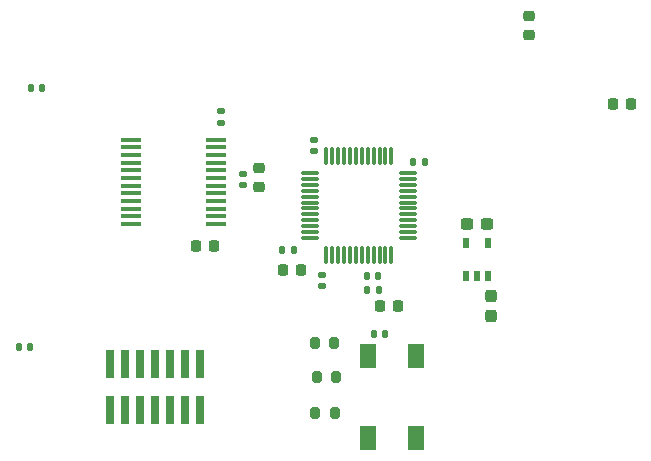
<source format=gtp>
%TF.GenerationSoftware,KiCad,Pcbnew,9.0.0*%
%TF.CreationDate,2025-04-03T16:38:41+02:00*%
%TF.ProjectId,PCB_projetV2,5043425f-7072-46f6-9a65-7456322e6b69,03/04/2025*%
%TF.SameCoordinates,Original*%
%TF.FileFunction,Paste,Top*%
%TF.FilePolarity,Positive*%
%FSLAX46Y46*%
G04 Gerber Fmt 4.6, Leading zero omitted, Abs format (unit mm)*
G04 Created by KiCad (PCBNEW 9.0.0) date 2025-04-03 16:38:41*
%MOMM*%
%LPD*%
G01*
G04 APERTURE LIST*
G04 Aperture macros list*
%AMRoundRect*
0 Rectangle with rounded corners*
0 $1 Rounding radius*
0 $2 $3 $4 $5 $6 $7 $8 $9 X,Y pos of 4 corners*
0 Add a 4 corners polygon primitive as box body*
4,1,4,$2,$3,$4,$5,$6,$7,$8,$9,$2,$3,0*
0 Add four circle primitives for the rounded corners*
1,1,$1+$1,$2,$3*
1,1,$1+$1,$4,$5*
1,1,$1+$1,$6,$7*
1,1,$1+$1,$8,$9*
0 Add four rect primitives between the rounded corners*
20,1,$1+$1,$2,$3,$4,$5,0*
20,1,$1+$1,$4,$5,$6,$7,0*
20,1,$1+$1,$6,$7,$8,$9,0*
20,1,$1+$1,$8,$9,$2,$3,0*%
G04 Aperture macros list end*
%ADD10RoundRect,0.140000X-0.140000X-0.170000X0.140000X-0.170000X0.140000X0.170000X-0.140000X0.170000X0*%
%ADD11RoundRect,0.140000X0.140000X0.170000X-0.140000X0.170000X-0.140000X-0.170000X0.140000X-0.170000X0*%
%ADD12RoundRect,0.200000X-0.200000X-0.275000X0.200000X-0.275000X0.200000X0.275000X-0.200000X0.275000X0*%
%ADD13R,0.740000X2.400000*%
%ADD14R,1.400000X2.000000*%
%ADD15RoundRect,0.225000X-0.250000X0.225000X-0.250000X-0.225000X0.250000X-0.225000X0.250000X0.225000X0*%
%ADD16RoundRect,0.140000X-0.170000X0.140000X-0.170000X-0.140000X0.170000X-0.140000X0.170000X0.140000X0*%
%ADD17RoundRect,0.218750X-0.218750X-0.256250X0.218750X-0.256250X0.218750X0.256250X-0.218750X0.256250X0*%
%ADD18RoundRect,0.225000X0.225000X0.250000X-0.225000X0.250000X-0.225000X-0.250000X0.225000X-0.250000X0*%
%ADD19RoundRect,0.075000X0.075000X-0.662500X0.075000X0.662500X-0.075000X0.662500X-0.075000X-0.662500X0*%
%ADD20RoundRect,0.075000X0.662500X-0.075000X0.662500X0.075000X-0.662500X0.075000X-0.662500X-0.075000X0*%
%ADD21RoundRect,0.237500X-0.237500X0.300000X-0.237500X-0.300000X0.237500X-0.300000X0.237500X0.300000X0*%
%ADD22RoundRect,0.237500X-0.300000X-0.237500X0.300000X-0.237500X0.300000X0.237500X-0.300000X0.237500X0*%
%ADD23RoundRect,0.225000X-0.225000X-0.250000X0.225000X-0.250000X0.225000X0.250000X-0.225000X0.250000X0*%
%ADD24RoundRect,0.140000X0.170000X-0.140000X0.170000X0.140000X-0.170000X0.140000X-0.170000X-0.140000X0*%
%ADD25R,1.750000X0.450000*%
%ADD26R,0.600000X0.900000*%
G04 APERTURE END LIST*
D10*
X162320000Y-88650000D03*
X163280000Y-88650000D03*
D11*
X130860000Y-82370000D03*
X129900000Y-82370000D03*
D12*
X154025000Y-109825000D03*
X155675000Y-109825000D03*
D13*
X136620000Y-109620000D03*
X136620000Y-105720000D03*
X137890000Y-109620000D03*
X137890000Y-105720000D03*
X139160000Y-109620000D03*
X139160000Y-105720000D03*
X140430000Y-109620000D03*
X140430000Y-105720000D03*
X141700000Y-109620000D03*
X141700000Y-105720000D03*
X142970000Y-109620000D03*
X142970000Y-105720000D03*
X144240000Y-109620000D03*
X144240000Y-105720000D03*
D14*
X162500000Y-105000000D03*
X162500000Y-112000000D03*
X158500000Y-105000000D03*
X158500000Y-112000000D03*
D15*
X149225000Y-89150000D03*
X149225000Y-90700000D03*
D16*
X147890000Y-89630000D03*
X147890000Y-90590000D03*
D12*
X154115000Y-106800000D03*
X155765000Y-106800000D03*
D17*
X159462500Y-100775000D03*
X161037500Y-100775000D03*
D10*
X158970000Y-103150000D03*
X159930000Y-103150000D03*
D18*
X152785000Y-97770000D03*
X151235000Y-97770000D03*
X145465000Y-95710000D03*
X143915000Y-95710000D03*
D11*
X152180000Y-96050000D03*
X151220000Y-96050000D03*
X159380000Y-99475000D03*
X158420000Y-99475000D03*
D19*
X154950000Y-96462500D03*
X155450000Y-96462500D03*
X155950000Y-96462500D03*
X156450000Y-96462500D03*
X156950000Y-96462500D03*
X157450000Y-96462500D03*
X157950000Y-96462500D03*
X158450000Y-96462500D03*
X158950000Y-96462500D03*
X159450000Y-96462500D03*
X159950000Y-96462500D03*
X160450000Y-96462500D03*
D20*
X161862500Y-95050000D03*
X161862500Y-94550000D03*
X161862500Y-94050000D03*
X161862500Y-93550000D03*
X161862500Y-93050000D03*
X161862500Y-92550000D03*
X161862500Y-92050000D03*
X161862500Y-91550000D03*
X161862500Y-91050000D03*
X161862500Y-90550000D03*
X161862500Y-90050000D03*
X161862500Y-89550000D03*
D19*
X160450000Y-88137500D03*
X159950000Y-88137500D03*
X159450000Y-88137500D03*
X158950000Y-88137500D03*
X158450000Y-88137500D03*
X157950000Y-88137500D03*
X157450000Y-88137500D03*
X156950000Y-88137500D03*
X156450000Y-88137500D03*
X155950000Y-88137500D03*
X155450000Y-88137500D03*
X154950000Y-88137500D03*
D20*
X153537500Y-89550000D03*
X153537500Y-90050000D03*
X153537500Y-90550000D03*
X153537500Y-91050000D03*
X153537500Y-91550000D03*
X153537500Y-92050000D03*
X153537500Y-92550000D03*
X153537500Y-93050000D03*
X153537500Y-93550000D03*
X153537500Y-94050000D03*
X153537500Y-94550000D03*
X153537500Y-95050000D03*
D21*
X168850000Y-99937500D03*
X168850000Y-101662500D03*
D11*
X159355000Y-98250000D03*
X158395000Y-98250000D03*
D22*
X166837500Y-93900000D03*
X168562500Y-93900000D03*
D23*
X179175000Y-83730000D03*
X180725000Y-83730000D03*
D24*
X145990000Y-85290000D03*
X145990000Y-84330000D03*
D11*
X129870000Y-104280000D03*
X128910000Y-104280000D03*
D24*
X153890000Y-87680000D03*
X153890000Y-86720000D03*
D25*
X138400000Y-86725000D03*
X138400000Y-87375000D03*
X138400000Y-88025000D03*
X138400000Y-88675000D03*
X138400000Y-89325000D03*
X138400000Y-89975000D03*
X138400000Y-90625000D03*
X138400000Y-91275000D03*
X138400000Y-91925000D03*
X138400000Y-92575000D03*
X138400000Y-93225000D03*
X138400000Y-93875000D03*
X145600000Y-93875000D03*
X145600000Y-93225000D03*
X145600000Y-92575000D03*
X145600000Y-91925000D03*
X145600000Y-91275000D03*
X145600000Y-90625000D03*
X145600000Y-89975000D03*
X145600000Y-89325000D03*
X145600000Y-88675000D03*
X145600000Y-88025000D03*
X145600000Y-87375000D03*
X145600000Y-86725000D03*
D15*
X172080000Y-76285000D03*
X172080000Y-77835000D03*
D16*
X154610000Y-98160000D03*
X154610000Y-99120000D03*
D12*
X153950000Y-103950000D03*
X155600000Y-103950000D03*
D26*
X166750000Y-98300000D03*
X167700000Y-98300000D03*
X168650000Y-98300000D03*
X168650000Y-95500000D03*
X166750000Y-95500000D03*
M02*

</source>
